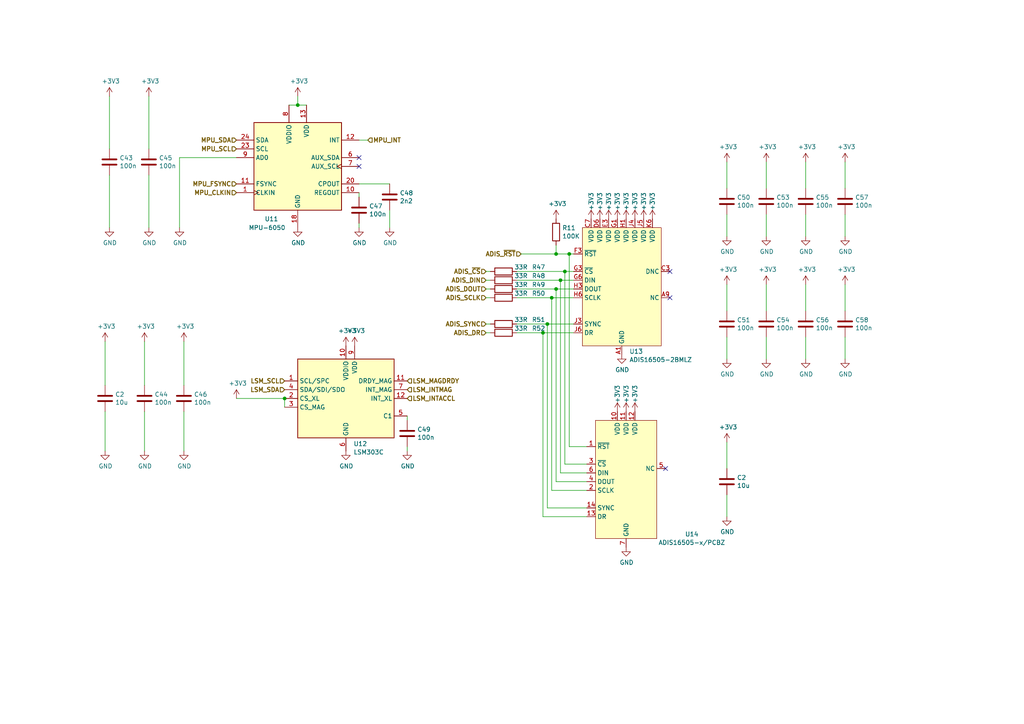
<source format=kicad_sch>
(kicad_sch (version 20230121) (generator eeschema)
  (paper "A4")
  (lib_symbols
    (symbol "Device:C" (pin_numbers hide) (pin_names (offset 0.254))
      (property "Reference" "C" (at 0.635 2.54 0))
      (property "Value" "C" (at 0.635 -2.54 0))
      (symbol "C_0_1"
        (polyline (pts (xy -2.032 -0.762) (xy 2.032 -0.762)) (stroke (width 0.508)))
        (polyline (pts (xy -2.032 0.762) (xy 2.032 0.762)) (stroke (width 0.508)))
      )
      (symbol "C_1_1"
        (pin passive line (at 0 3.81 270) (length 2.794) (name "~") (number "1"))
        (pin passive line (at 0 -3.81 90) (length 2.794) (name "~") (number "2"))
      )
    )
    (symbol "Device:R" (pin_numbers hide) (pin_names (offset 0))
      (property "Reference" "R" (at 2.032 0 90))
      (property "Value" "R" (at 0 0 90))
      (symbol "R_0_1"
        (rectangle (start -1.016 -2.54) (end 1.016 2.54) (stroke (width 0.254)))
      )
      (symbol "R_1_1"
        (pin passive line (at 0 3.81 270) (length 1.27) (name "~") (number "1"))
        (pin passive line (at 0 -3.81 90) (length 1.27) (name "~") (number "2"))
      )
    )
    (symbol "IMUnav:ADIS16505"
      (property "Reference" "U10" (at 2.1941 -16.8331 0))
      (property "Value" "ADIS16505-2BMLZ" (at 2.1941 -19.2573 0))
      (symbol "ADIS16505_1_1"
        (rectangle (start -11.43 19.05) (end 11.43 -15.24) (fill (type background)))
        (pin input line (at 0 -17.78 90) (length 2.54) (name "GND") (number "A1"))
        (pin input line (at 13.97 -1.27 180) (length 2.54) hide (name "NC") (number "A10"))
        (pin input line (at 0 -17.78 90) (length 2.54) hide (name "GND") (number "A2"))
        (pin input line (at 0 -17.78 90) (length 2.54) hide (name "GND") (number "A3"))
        (pin input line (at 0 -17.78 90) (length 2.54) hide (name "GND") (number "A4"))
        (pin input line (at 0 -17.78 90) (length 2.54) hide (name "GND") (number "A5"))
        (pin input line (at 0 -17.78 90) (length 2.54) hide (name "GND") (number "A6"))
        (pin input line (at 0 -17.78 90) (length 2.54) hide (name "GND") (number "A7"))
        (pin input line (at 0 -17.78 90) (length 2.54) hide (name "GND") (number "A8"))
        (pin input line (at 13.97 -1.27 180) (length 2.54) (name "NC") (number "A9"))
        (pin input line (at 13.97 -1.27 180) (length 2.54) hide (name "NC") (number "B1"))
        (pin input line (at 13.97 -1.27 180) (length 2.54) hide (name "NC") (number "B10"))
        (pin input line (at 13.97 -1.27 180) (length 2.54) hide (name "NC") (number "B2"))
        (pin input line (at 0 -17.78 90) (length 2.54) hide (name "GND") (number "B3"))
        (pin input line (at 0 -17.78 90) (length 2.54) hide (name "GND") (number "B4"))
        (pin input line (at 0 -17.78 90) (length 2.54) hide (name "GND") (number "B5"))
        (pin input line (at 0 -17.78 90) (length 2.54) hide (name "GND") (number "B6"))
        (pin input line (at 13.97 -1.27 180) (length 2.54) hide (name "NC") (number "B7"))
        (pin input line (at 13.97 -1.27 180) (length 2.54) hide (name "NC") (number "B8"))
        (pin input line (at 13.97 -1.27 180) (length 2.54) hide (name "NC") (number "B9"))
        (pin input line (at 13.97 -1.27 180) (length 2.54) hide (name "NC") (number "C1"))
        (pin input line (at 13.97 -1.27 180) (length 2.54) hide (name "NC") (number "C10"))
        (pin input line (at 0 -17.78 90) (length 2.54) hide (name "GND") (number "C2"))
        (pin input line (at 13.97 6.35 180) (length 2.54) (name "DNC") (number "C3"))
        (pin input line (at 13.97 -1.27 180) (length 2.54) hide (name "NC") (number "C4"))
        (pin input line (at 13.97 -1.27 180) (length 2.54) hide (name "NC") (number "C5"))
        (pin input line (at 0 -17.78 90) (length 2.54) hide (name "GND") (number "C6"))
        (pin input line (at -8.89 21.59 270) (length 2.54) (name "VDD") (number "C7"))
        (pin input line (at 13.97 -1.27 180) (length 2.54) hide (name "NC") (number "C8"))
        (pin input line (at 13.97 -1.27 180) (length 2.54) hide (name "NC") (number "C9"))
        (pin input line (at 13.97 -1.27 180) (length 2.54) hide (name "NC") (number "D1"))
        (pin input line (at 13.97 -1.27 180) (length 2.54) hide (name "NC") (number "D10"))
        (pin input line (at 13.97 -1.27 180) (length 2.54) hide (name "NC") (number "D2"))
        (pin input line (at 0 -17.78 90) (length 2.54) hide (name "GND") (number "D3"))
        (pin input line (at 13.97 -1.27 180) (length 2.54) hide (name "NC") (number "D4"))
        (pin input line (at 13.97 -1.27 180) (length 2.54) hide (name "NC") (number "D5"))
        (pin input line (at -6.35 21.59 270) (length 2.54) (name "VDD") (number "D6"))
        (pin input line (at 13.97 -1.27 180) (length 2.54) hide (name "NC") (number "D7"))
        (pin input line (at 13.97 -1.27 180) (length 2.54) hide (name "NC") (number "D8"))
        (pin input line (at 13.97 -1.27 180) (length 2.54) hide (name "NC") (number "D9"))
        (pin input line (at 13.97 -1.27 180) (length 2.54) hide (name "NC") (number "E1"))
        (pin input line (at 13.97 -1.27 180) (length 2.54) hide (name "NC") (number "E10"))
        (pin input line (at 0 -17.78 90) (length 2.54) hide (name "GND") (number "E2"))
        (pin input line (at -3.81 21.59 270) (length 2.54) (name "VDD") (number "E3"))
        (pin input line (at 13.97 -1.27 180) (length 2.54) hide (name "NC") (number "E4"))
        (pin input line (at 13.97 -1.27 180) (length 2.54) hide (name "NC") (number "E5"))
        (pin input line (at 0 -17.78 90) (length 2.54) hide (name "GND") (number "E6"))
        (pin input line (at 0 -17.78 90) (length 2.54) hide (name "GND") (number "E7"))
        (pin input line (at 13.97 -1.27 180) (length 2.54) hide (name "NC") (number "E8"))
        (pin input line (at 13.97 -1.27 180) (length 2.54) hide (name "NC") (number "E9"))
        (pin input line (at 0 -17.78 90) (length 2.54) hide (name "GND") (number "F1"))
        (pin input line (at 13.97 -1.27 180) (length 2.54) hide (name "NC") (number "F10"))
        (pin input line (at 13.97 -1.27 180) (length 2.54) hide (name "NC") (number "F2"))
        (pin input line (at -13.97 11.43 0) (length 2.54) (name "~{RST}") (number "F3"))
        (pin input line (at 13.97 -1.27 180) (length 2.54) hide (name "NC") (number "F4"))
        (pin input line (at 0 -17.78 90) (length 2.54) hide (name "GND") (number "F5"))
        (pin input line (at 0 -17.78 90) (length 2.54) hide (name "GND") (number "F6"))
        (pin input line (at 13.97 -1.27 180) (length 2.54) hide (name "NC") (number "F7"))
        (pin input line (at 0 -17.78 90) (length 2.54) hide (name "GND") (number "F8"))
        (pin input line (at 13.97 -1.27 180) (length 2.54) hide (name "NC") (number "F9"))
        (pin input line (at -1.27 21.59 270) (length 2.54) (name "VDD") (number "G1"))
        (pin input line (at 13.97 -1.27 180) (length 2.54) hide (name "NC") (number "G10"))
        (pin input line (at 0 -17.78 90) (length 2.54) hide (name "GND") (number "G2"))
        (pin input line (at -13.97 6.35 0) (length 2.54) (name "~{CS}") (number "G3"))
        (pin input line (at 13.97 -1.27 180) (length 2.54) hide (name "NC") (number "G4"))
        (pin input line (at 13.97 -1.27 180) (length 2.54) hide (name "NC") (number "G5"))
        (pin input line (at -13.97 3.81 0) (length 2.54) (name "DIN") (number "G6"))
        (pin input line (at 0 -17.78 90) (length 2.54) hide (name "GND") (number "G7"))
        (pin input line (at 13.97 -1.27 180) (length 2.54) hide (name "NC") (number "G8"))
        (pin input line (at 13.97 -1.27 180) (length 2.54) hide (name "NC") (number "G9"))
        (pin input line (at 1.27 21.59 270) (length 2.54) (name "VDD") (number "H1"))
        (pin input line (at 13.97 -1.27 180) (length 2.54) hide (name "NC") (number "H10"))
        (pin input line (at 13.97 -1.27 180) (length 2.54) hide (name "NC") (number "H2"))
        (pin input line (at -13.97 1.27 0) (length 2.54) (name "DOUT") (number "H3"))
        (pin input line (at 13.97 -1.27 180) (length 2.54) hide (name "NC") (number "H4"))
        (pin input line (at 13.97 -1.27 180) (length 2.54) hide (name "NC") (number "H5"))
        (pin input line (at -13.97 -1.27 0) (length 2.54) (name "SCLK") (number "H6"))
        (pin input line (at 13.97 -1.27 180) (length 2.54) hide (name "NC") (number "H7"))
        (pin input line (at 0 -17.78 90) (length 2.54) hide (name "GND") (number "H8"))
        (pin input line (at 13.97 -1.27 180) (length 2.54) hide (name "NC") (number "H9"))
        (pin input line (at 13.97 -1.27 180) (length 2.54) hide (name "NC") (number "J1"))
        (pin input line (at 13.97 -1.27 180) (length 2.54) hide (name "NC") (number "J10"))
        (pin input line (at 0 -17.78 90) (length 2.54) hide (name "GND") (number "J2"))
        (pin input line (at -13.97 -8.89 0) (length 2.54) (name "SYNC") (number "J3"))
        (pin input line (at 3.81 21.59 270) (length 2.54) (name "VDD") (number "J4"))
        (pin input line (at 6.35 21.59 270) (length 2.54) (name "VDD") (number "J5"))
        (pin input line (at -13.97 -11.43 0) (length 2.54) (name "DR") (number "J6"))
        (pin input line (at 0 -17.78 90) (length 2.54) hide (name "GND") (number "J7"))
        (pin input line (at 13.97 -1.27 180) (length 2.54) hide (name "NC") (number "J8"))
        (pin input line (at 13.97 -1.27 180) (length 2.54) hide (name "NC") (number "J9"))
        (pin input line (at 0 -17.78 90) (length 2.54) hide (name "GND") (number "K1"))
        (pin input line (at 13.97 -1.27 180) (length 2.54) hide (name "NC") (number "K10"))
        (pin input line (at 13.97 -1.27 180) (length 2.54) hide (name "NC") (number "K2"))
        (pin input line (at 0 -17.78 90) (length 2.54) hide (name "GND") (number "K3"))
        (pin input line (at 13.97 -1.27 180) (length 2.54) hide (name "NC") (number "K4"))
        (pin input line (at 13.97 -1.27 180) (length 2.54) hide (name "NC") (number "K5"))
        (pin input line (at 8.89 21.59 270) (length 2.54) (name "VDD") (number "K6"))
        (pin input line (at 13.97 -1.27 180) (length 2.54) hide (name "NC") (number "K7"))
        (pin input line (at 0 -17.78 90) (length 2.54) hide (name "GND") (number "K8"))
        (pin input line (at 13.97 -1.27 180) (length 2.54) hide (name "NC") (number "K9"))
      )
    )
    (symbol "IMUnav:ADIS16505-PCB"
      (property "Reference" "U" (at 5.08 -19.05 0))
      (property "Value" "ADIS16505-x/PCBZ" (at -6.35 10.16 0))
      (symbol "ADIS16505-PCB_1_1"
        (rectangle (start -8.89 16.51) (end 8.89 -17.78) (fill (type background)))
        (pin input line (at -11.43 8.89 0) (length 2.54) (name "~{RST}") (number "1"))
        (pin input line (at -2.54 19.05 270) (length 2.54) (name "VDD") (number "10"))
        (pin input line (at 0 19.05 270) (length 2.54) (name "VDD") (number "11"))
        (pin input line (at 2.54 19.05 270) (length 2.54) (name "VDD") (number "12"))
        (pin input line (at -11.43 -11.43 0) (length 2.54) (name "DR") (number "13"))
        (pin input line (at -11.43 -8.89 0) (length 2.54) (name "SYNC") (number "14"))
        (pin input line (at 11.43 2.54 180) (length 2.54) hide (name "NC") (number "15"))
        (pin input line (at 11.43 2.54 180) (length 2.54) hide (name "NC") (number "16"))
        (pin input line (at -11.43 -3.81 0) (length 2.54) (name "SCLK") (number "2"))
        (pin input line (at -11.43 3.81 0) (length 2.54) (name "~{CS}") (number "3"))
        (pin input line (at -11.43 -1.27 0) (length 2.54) (name "DOUT") (number "4"))
        (pin input line (at 11.43 2.54 180) (length 2.54) (name "NC") (number "5"))
        (pin input line (at -11.43 1.27 0) (length 2.54) (name "DIN") (number "6"))
        (pin input line (at 0 -20.32 90) (length 2.54) (name "GND") (number "7"))
        (pin input line (at 0 -20.32 90) (length 2.54) hide (name "GND") (number "8"))
        (pin input line (at 0 -20.32 90) (length 2.54) hide (name "GND") (number "9"))
      )
    )
    (symbol "Sensor_Motion:LSM303C"
      (property "Reference" "U" (at -11.43 15.24 0))
      (property "Value" "LSM303C" (at -5.08 13.97 0))
      (symbol "LSM303C_0_1"
        (rectangle (start 13.97 11.43) (end -13.97 -11.43) (stroke (width 0.254)) (fill (type background)))
      )
      (symbol "LSM303C_1_1"
        (pin input line (at -17.78 5.08 0) (length 3.81) (name "SCL/SPC") (number "1"))
        (pin power_in line (at 0 15.24 270) (length 3.81) (name "VDDIO") (number "10"))
        (pin output line (at 17.78 5.08 180) (length 3.81) (name "DRDY_MAG") (number "11"))
        (pin output line (at 17.78 0 180) (length 3.81) (name "INT_XL") (number "12"))
        (pin input line (at -17.78 0 0) (length 3.81) (name "CS_XL") (number "2"))
        (pin input line (at -17.78 -2.54 0) (length 3.81) (name "CS_MAG") (number "3"))
        (pin bidirectional line (at -17.78 2.54 0) (length 3.81) (name "SDA/SDI/SDO") (number "4"))
        (pin passive line (at 17.78 -5.08 180) (length 3.81) (name "C1") (number "5"))
        (pin power_in line (at 0 -15.24 90) (length 3.81) (name "GND") (number "6"))
        (pin output line (at 17.78 2.54 180) (length 3.81) (name "INT_MAG") (number "7"))
        (pin passive line (at 0 -15.24 90) (length 3.81) hide (name "GND") (number "8"))
        (pin power_in line (at 2.54 15.24 270) (length 3.81) (name "VDD") (number "9"))
      )
    )
    (symbol "TrackJet_H01-rescue:MPU-6050-Sensor_Motion"
      (property "Reference" "U" (at -11.43 13.97 0))
      (property "Value" "Sensor_Motion_MPU-6050" (at 7.62 -13.97 0))
      (symbol "MPU-6050-Sensor_Motion_0_1"
        (rectangle (start -12.7 12.7) (end 12.7 -12.7) (stroke (width 0.254)) (fill (type background)))
      )
      (symbol "MPU-6050-Sensor_Motion_1_1"
        (pin input clock (at -17.78 -7.62 0) (length 5.08) (name "CLKIN") (number "1"))
        (pin passive line (at 17.78 -7.62 180) (length 5.08) (name "REGOUT") (number "10"))
        (pin input line (at -17.78 -5.08 0) (length 5.08) (name "FSYNC") (number "11"))
        (pin output line (at 17.78 7.62 180) (length 5.08) (name "INT") (number "12"))
        (pin power_in line (at 2.54 17.78 270) (length 5.08) (name "VDD") (number "13"))
        (pin power_in line (at 0 -17.78 90) (length 5.08) (name "GND") (number "18"))
        (pin passive line (at 17.78 -5.08 180) (length 5.08) (name "CPOUT") (number "20"))
        (pin input line (at -17.78 5.08 0) (length 5.08) (name "SCL") (number "23"))
        (pin bidirectional line (at -17.78 7.62 0) (length 5.08) (name "SDA") (number "24"))
        (pin bidirectional line (at 17.78 2.54 180) (length 5.08) (name "AUX_SDA") (number "6"))
        (pin output clock (at 17.78 0 180) (length 5.08) (name "AUX_SCL") (number "7"))
        (pin power_in line (at -2.54 17.78 270) (length 5.08) (name "VDDIO") (number "8"))
        (pin input line (at -17.78 2.54 0) (length 5.08) (name "AD0") (number "9"))
      )
    )
    (symbol "power:+3V3" (power) (pin_names (offset 0))
      (property "Value" "+3V3" (at 0 3.556 0))
      (symbol "+3V3_0_1"
        (polyline (pts (xy -0.762 1.27) (xy 0 2.54)))
        (polyline (pts (xy 0 0) (xy 0 2.54)))
        (polyline (pts (xy 0 2.54) (xy 0.762 1.27)))
      )
      (symbol "+3V3_1_1"
        (pin power_in line (at 0 0 90) (length 0) hide (name "+3V3") (number "1"))
      )
    )
    (symbol "power:GND" (power) (pin_names (offset 0))
      (property "Value" "GND" (at 0 -3.81 0))
      (symbol "GND_0_1"
        (polyline (pts (xy 0 0) (xy 0 -1.27) (xy 1.27 -1.27) (xy 0 -2.54) (xy -1.27 -1.27) (xy 0 -1.27)))
      )
      (symbol "GND_1_1"
        (pin power_in line (at 0 0 270) (length 0) hide (name "GND") (number "1"))
      )
    )
  )
  (junction (at 157.48 96.52))
  (junction (at 160.02 86.36))
  (junction (at 161.29 83.82))
  (junction (at 162.56 81.28))
  (junction (at 165.1 73.66))
  (junction (at 163.83 78.74))
  (junction (at 82.55 115.57))
  (junction (at 86.36 30.48))
  (junction (at 158.75 93.98))
  (junction (at 161.29 73.66))
  (no_connect (at 104.14 48.26))
  (no_connect (at 104.14 45.72))
  (no_connect (at 194.31 86.36))
  (no_connect (at 193.04 135.89))
  (no_connect (at 194.31 78.74))
  (wire (pts (xy 162.56 81.28) (xy 166.37 81.28)))
  (wire (pts (xy 163.83 78.74) (xy 163.83 134.62)))
  (wire (pts (xy 53.34 119.38) (xy 53.34 130.81)))
  (wire (pts (xy 140.97 93.98) (xy 142.24 93.98)))
  (wire (pts (xy 118.11 121.92) (xy 118.11 120.65)))
  (wire (pts (xy 86.36 27.94) (xy 86.36 30.48)))
  (wire (pts (xy 222.25 82.55) (xy 222.25 90.17)))
  (wire (pts (xy 210.82 128.27) (xy 210.82 135.89)))
  (wire (pts (xy 165.1 73.66) (xy 161.29 73.66)))
  (wire (pts (xy 210.82 97.79) (xy 210.82 104.14)))
  (wire (pts (xy 245.11 82.55) (xy 245.11 90.17)))
  (wire (pts (xy 31.75 27.94) (xy 31.75 43.18)))
  (wire (pts (xy 88.9 30.48) (xy 86.36 30.48)))
  (wire (pts (xy 113.03 53.34) (xy 104.14 53.34)))
  (wire (pts (xy 210.82 46.99) (xy 210.82 54.61)))
  (wire (pts (xy 140.97 83.82) (xy 142.24 83.82)))
  (wire (pts (xy 161.29 83.82) (xy 166.37 83.82)))
  (wire (pts (xy 158.75 147.32) (xy 158.75 93.98)))
  (wire (pts (xy 157.48 96.52) (xy 166.37 96.52)))
  (wire (pts (xy 140.97 86.36) (xy 142.24 86.36)))
  (wire (pts (xy 149.86 78.74) (xy 163.83 78.74)))
  (wire (pts (xy 170.18 149.86) (xy 157.48 149.86)))
  (wire (pts (xy 43.18 27.94) (xy 43.18 43.18)))
  (wire (pts (xy 162.56 81.28) (xy 162.56 137.16)))
  (wire (pts (xy 245.11 62.23) (xy 245.11 68.58)))
  (wire (pts (xy 162.56 137.16) (xy 170.18 137.16)))
  (wire (pts (xy 52.07 45.72) (xy 52.07 66.04)))
  (wire (pts (xy 149.86 81.28) (xy 162.56 81.28)))
  (wire (pts (xy 149.86 96.52) (xy 157.48 96.52)))
  (wire (pts (xy 43.18 50.8) (xy 43.18 66.04)))
  (wire (pts (xy 149.86 86.36) (xy 160.02 86.36)))
  (wire (pts (xy 104.14 57.15) (xy 104.14 55.88)))
  (wire (pts (xy 161.29 139.7) (xy 161.29 83.82)))
  (wire (pts (xy 160.02 142.24) (xy 160.02 86.36)))
  (wire (pts (xy 160.02 86.36) (xy 166.37 86.36)))
  (wire (pts (xy 82.55 115.57) (xy 82.55 118.11)))
  (wire (pts (xy 222.25 46.99) (xy 222.25 54.61)))
  (wire (pts (xy 157.48 149.86) (xy 157.48 96.52)))
  (wire (pts (xy 210.82 62.23) (xy 210.82 68.58)))
  (wire (pts (xy 210.82 143.51) (xy 210.82 149.86)))
  (wire (pts (xy 170.18 142.24) (xy 160.02 142.24)))
  (wire (pts (xy 151.13 73.66) (xy 161.29 73.66)))
  (wire (pts (xy 118.11 129.54) (xy 118.11 130.81)))
  (wire (pts (xy 149.86 93.98) (xy 158.75 93.98)))
  (wire (pts (xy 113.03 66.04) (xy 113.03 60.96)))
  (wire (pts (xy 170.18 147.32) (xy 158.75 147.32)))
  (wire (pts (xy 222.25 97.79) (xy 222.25 104.14)))
  (wire (pts (xy 41.91 119.38) (xy 41.91 130.81)))
  (wire (pts (xy 222.25 62.23) (xy 222.25 68.58)))
  (wire (pts (xy 140.97 96.52) (xy 142.24 96.52)))
  (wire (pts (xy 170.18 139.7) (xy 161.29 139.7)))
  (wire (pts (xy 165.1 129.54) (xy 165.1 73.66)))
  (wire (pts (xy 86.36 30.48) (xy 83.82 30.48)))
  (wire (pts (xy 233.68 46.99) (xy 233.68 54.61)))
  (wire (pts (xy 158.75 93.98) (xy 166.37 93.98)))
  (wire (pts (xy 104.14 40.64) (xy 106.68 40.64)))
  (wire (pts (xy 140.97 81.28) (xy 142.24 81.28)))
  (wire (pts (xy 233.68 97.79) (xy 233.68 104.14)))
  (wire (pts (xy 163.83 78.74) (xy 166.37 78.74)))
  (wire (pts (xy 233.68 62.23) (xy 233.68 68.58)))
  (wire (pts (xy 30.48 119.38) (xy 30.48 130.81)))
  (wire (pts (xy 170.18 129.54) (xy 165.1 129.54)))
  (wire (pts (xy 52.07 45.72) (xy 68.58 45.72)))
  (wire (pts (xy 31.75 50.8) (xy 31.75 66.04)))
  (wire (pts (xy 140.97 78.74) (xy 142.24 78.74)))
  (wire (pts (xy 163.83 134.62) (xy 170.18 134.62)))
  (wire (pts (xy 149.86 83.82) (xy 161.29 83.82)))
  (wire (pts (xy 41.91 99.06) (xy 41.91 111.76)))
  (wire (pts (xy 245.11 97.79) (xy 245.11 104.14)))
  (wire (pts (xy 245.11 46.99) (xy 245.11 54.61)))
  (wire (pts (xy 68.58 115.57) (xy 82.55 115.57)))
  (wire (pts (xy 30.48 99.06) (xy 30.48 111.76)))
  (wire (pts (xy 104.14 66.04) (xy 104.14 64.77)))
  (wire (pts (xy 53.34 99.06) (xy 53.34 111.76)))
  (wire (pts (xy 166.37 73.66) (xy 165.1 73.66)))
  (wire (pts (xy 210.82 82.55) (xy 210.82 90.17)))
  (wire (pts (xy 161.29 73.66) (xy 161.29 71.12)))
  (wire (pts (xy 233.68 82.55) (xy 233.68 90.17)))
  (hierarchical_label "ADIS_~{CS}" (shape input) (at 140.97 78.74 180) (effects (font (thickness 0.254) bold)))
  (hierarchical_label "MPU_CLKIN" (shape input) (at 68.58 55.88 180) (effects (font (thickness 0.254) bold)))
  (hierarchical_label "MPU_SCL" (shape input) (at 68.58 43.18 180) (effects (font (thickness 0.254) bold)))
  (hierarchical_label "MPU_FSYNC" (shape input) (at 68.58 53.34 180) (effects (font (thickness 0.254) bold)))
  (hierarchical_label "ADIS_DIN" (shape input) (at 140.97 81.28 180) (effects (font (thickness 0.254) bold)))
  (hierarchical_label "ADIS_SCLK" (shape input) (at 140.97 86.36 180) (effects (font (thickness 0.254) bold)))
  (hierarchical_label "ADIS_~{RST}" (shape input) (at 151.13 73.66 180) (effects (font (thickness 0.254) bold)))
  (hierarchical_label "LSM_SDA" (shape input) (at 82.55 113.03 180) (effects (font (thickness 0.254) bold)))
  (hierarchical_label "MPU_SDA" (shape input) (at 68.58 40.64 180) (effects (font (thickness 0.254) bold)))
  (hierarchical_label "LSM_INTACCL" (shape input) (at 118.11 115.57 0) (effects (font (thickness 0.254) bold)))
  (hierarchical_label "LSM_SCL" (shape input) (at 82.55 110.49 180) (effects (font (thickness 0.254) bold)))
  (hierarchical_label "LSM_INTMAG" (shape input) (at 118.11 113.03 0) (effects (font (thickness 0.254) bold)))
  (hierarchical_label "MPU_INT" (shape input) (at 106.68 40.64 0) (effects (font (thickness 0.254) bold)))
  (hierarchical_label "ADIS_DOUT" (shape input) (at 140.97 83.82 180) (effects (font (thickness 0.254) bold)))
  (hierarchical_label "LSM_MAGDRDY" (shape input) (at 118.11 110.49 0) (effects (font (thickness 0.254) bold)))
  (hierarchical_label "ADIS_SYNC" (shape input) (at 140.97 93.98 180) (effects (font (thickness 0.254) bold)))
  (hierarchical_label "ADIS_DR" (shape input) (at 140.97 96.52 180) (effects (font (thickness 0.254) bold)))
  (symbol (lib_id "Device:R") (at 161.29 67.31 0) (unit 1)
    (property "Reference" "R11" (at 163.068 66.0979 0) (effects (justify left)))
    (property "Value" "100K" (at 163.068 68.5221 0) (effects (justify left)))
    (property "Footprint" "Resistor_SMD:R_0603_1608Metric" (effects hide))
    (property "LCSC" "C25803" (effects hide))
    (instances (project "IMUnav_H00" (path "" (reference "R11") (unit 1)) (path "" (reference "R53") (unit 1))))
  )
  (symbol (lib_id "power:GND") (at 86.36 66.04 0) (unit 1)
    (property "Reference" "#PWR0148" (effects hide))
    (property "Value" "GND" (at 86.487 70.4342 0))
    (instances (project "IMUnav_H00" (path "" (reference "#PWR0148") (unit 1))) (project "TrackJet_H01" (path "" (reference "#PWR039") (unit 1))))
  )
  (symbol (lib_id "Device:R") (at 146.05 96.52 90) (unit 1)
    (property "Reference" "R52" (at 156.21 95.25 90))
    (property "Value" "33R" (at 151.13 95.25 90))
    (property "Footprint" "Resistor_SMD:R_0603_1608Metric" (effects hide))
    (property "LCSC" "C23140" (effects hide))
  )
  (symbol (lib_id "power:+3V3") (at 68.58 115.57 0) (unit 1)
    (property "Reference" "#PWR0146" (effects hide))
    (property "Value" "+3V3" (at 68.961 111.1758 0))
    (instances (project "IMUnav_H00" (path "" (reference "#PWR0146") (unit 1))) (project "TrackJet_H01" (path "" (reference "#PWR033") (unit 1))))
  )
  (symbol (lib_id "power:GND") (at 30.48 130.81 0) (unit 1)
    (property "Reference" "#PWR06" (effects hide))
    (property "Value" "GND" (at 30.607 135.2042 0))
    (instances (project "IMUnav_H00" (path "" (reference "#PWR06") (unit 1)) (path "" (reference "#PWR0136") (unit 1))) (project "PaLampa_MoBo_H01" (path "" (reference "#PWR?") (unit 1))))
  )
  (symbol (lib_id "power:+3V3") (at 186.69 63.5 0) (unit 1)
    (property "Reference" "#PWR0167" (effects hide))
    (property "Value" "+3V3" (at 186.69 58.42 90))
    (instances (project "IMUnav_H00" (path "" (reference "#PWR0167") (unit 1))) (project "TrackJet_H01" (path "" (reference "#PWR0173") (unit 1))))
  )
  (symbol (lib_id "power:+3V3") (at 184.15 119.38 0) (unit 1)
    (property "Reference" "#PWR0166" (effects hide))
    (property "Value" "+3V3" (at 184.15 114.3 90))
    (instances (project "IMUnav_H00" (path "" (reference "#PWR0166") (unit 1))) (project "TrackJet_H01" (path "" (reference "#PWR0173") (unit 1))))
  )
  (symbol (lib_id "power:+3V3") (at 210.82 46.99 0) (unit 1)
    (property "Reference" "#PWR0169" (effects hide))
    (property "Value" "+3V3" (at 211.201 42.5958 0))
    (instances (project "IMUnav_H00" (path "" (reference "#PWR0169") (unit 1))) (project "TrackJet_H01" (path "" (reference "#PWR0173") (unit 1))))
  )
  (symbol (lib_id "Device:C") (at 53.34 115.57 0) (unit 1)
    (property "Reference" "C46" (at 56.261 114.4016 0) (effects (justify left)))
    (property "Value" "100n" (at 56.261 116.713 0) (effects (justify left)))
    (property "Footprint" "Capacitor_SMD:C_0603_1608Metric" (effects hide))
    (property "LCSC" "C14663" (effects hide))
    (instances (project "IMUnav_H00" (path "" (reference "C46") (unit 1))) (project "TrackJet_H01" (path "" (reference "C7") (unit 1)) (path "" (reference "C?") (unit 1))))
  )
  (symbol (lib_id "power:+3V3") (at 222.25 46.99 0) (unit 1)
    (property "Reference" "#PWR0175" (effects hide))
    (property "Value" "+3V3" (at 222.631 42.5958 0))
    (instances (project "IMUnav_H00" (path "" (reference "#PWR0175") (unit 1))) (project "TrackJet_H01" (path "" (reference "#PWR033") (unit 1))))
  )
  (symbol (lib_id "power:GND") (at 41.91 130.81 0) (unit 1)
    (property "Reference" "#PWR0140" (effects hide))
    (property "Value" "GND" (at 42.037 135.2042 0))
    (instances (project "IMUnav_H00" (path "" (reference "#PWR0140") (unit 1))) (project "TrackJet_H01" (path "" (reference "#PWR0158") (unit 1))))
  )
  (symbol (lib_id "power:GND") (at 118.11 130.81 0) (unit 1)
    (property "Reference" "#PWR0154" (effects hide))
    (property "Value" "GND" (at 118.237 135.2042 0))
    (instances (project "IMUnav_H00" (path "" (reference "#PWR0154") (unit 1))) (project "TrackJet_H01" (path "" (reference "#PWR036") (unit 1))))
  )
  (symbol (lib_id "Device:C") (at 233.68 58.42 0) (unit 1)
    (property "Reference" "C55" (at 236.601 57.2516 0) (effects (justify left)))
    (property "Value" "100n" (at 236.601 59.563 0) (effects (justify left)))
    (property "Footprint" "Capacitor_SMD:C_0603_1608Metric" (effects hide))
    (property "LCSC" "C14663" (effects hide))
    (instances (project "IMUnav_H00" (path "" (reference "C55") (unit 1))) (project "TrackJet_H01" (path "" (reference "C46") (unit 1)) (path "" (reference "C?") (unit 1))))
  )
  (symbol (lib_id "Device:R") (at 146.05 81.28 90) (unit 1)
    (property "Reference" "R48" (at 156.21 80.01 90))
    (property "Value" "33R" (at 151.13 80.01 90))
    (property "Footprint" "Resistor_SMD:R_0603_1608Metric" (effects hide))
    (property "LCSC" "C23140" (effects hide))
  )
  (symbol (lib_id "power:+3V3") (at 176.53 63.5 0) (unit 1)
    (property "Reference" "#PWR0158" (effects hide))
    (property "Value" "+3V3" (at 176.53 58.42 90))
    (instances (project "IMUnav_H00" (path "" (reference "#PWR0158") (unit 1))) (project "TrackJet_H01" (path "" (reference "#PWR0173") (unit 1))))
  )
  (symbol (lib_id "IMUnav:ADIS16505-PCB") (at 181.61 138.43 0) (unit 1)
    (property "Reference" "U14" (at 200.66 154.94 0))
    (property "Value" "ADIS16505-x/PCBZ" (at 200.66 157.3642 0))
    (property "Footprint" "IMUnav:ADIS16505-PCBZ" (effects hide))
    (property "Datasheet" "https://www.analog.com/media/en/technical-documentation/data-sheets/adis16505.pdf" (effects hide))
  )
  (symbol (lib_id "power:+3V3") (at 210.82 128.27 0) (unit 1)
    (property "Reference" "#PWR05" (effects hide))
    (property "Value" "+3V3" (at 211.201 123.8758 0))
    (instances (project "IMUnav_H00" (path "" (reference "#PWR05") (unit 1)) (path "" (reference "#PWR0173") (unit 1))) (project "PaLampa_MoBo_H01" (path "" (reference "#PWR?") (unit 1))))
  )
  (symbol (lib_id "power:+3V3") (at 171.45 63.5 0) (unit 1)
    (property "Reference" "#PWR0156" (effects hide))
    (property "Value" "+3V3" (at 171.45 58.42 90))
    (instances (project "IMUnav_H00" (path "" (reference "#PWR0156") (unit 1))) (project "TrackJet_H01" (path "" (reference "#PWR0173") (unit 1))))
  )
  (symbol (lib_id "power:+3V3") (at 41.91 99.06 0) (unit 1)
    (property "Reference" "#PWR0139" (effects hide))
    (property "Value" "+3V3" (at 42.291 94.6658 0))
    (instances (project "IMUnav_H00" (path "" (reference "#PWR0139") (unit 1))) (project "TrackJet_H01" (path "" (reference "#PWR0173") (unit 1))))
  )
  (symbol (lib_id "IMUnav:ADIS16505") (at 180.34 85.09 0) (unit 1)
    (property "Reference" "U13" (at 182.5341 101.9231 0) (effects (justify left)))
    (property "Value" "ADIS16505-2BMLZ" (at 182.5341 104.3473 0) (effects (justify left)))
    (property "Footprint" "IMUnav:BGA-100_10x10_15.0x15.0mm" (effects hide))
    (property "Datasheet" "https://www.analog.com/media/en/technical-documentation/data-sheets/adis16505.pdf" (effects hide))
  )
  (symbol (lib_id "power:+3V3") (at 233.68 82.55 0) (unit 1)
    (property "Reference" "#PWR0181" (effects hide))
    (property "Value" "+3V3" (at 234.061 78.1558 0))
    (instances (project "IMUnav_H00" (path "" (reference "#PWR0181") (unit 1))) (project "TrackJet_H01" (path "" (reference "#PWR0173") (unit 1))))
  )
  (symbol (lib_id "power:+3V3") (at 43.18 27.94 0) (unit 1)
    (property "Reference" "#PWR0141" (effects hide))
    (property "Value" "+3V3" (at 43.561 23.5458 0))
    (instances (project "IMUnav_H00" (path "" (reference "#PWR0141") (unit 1))) (project "TrackJet_H01" (path "" (reference "#PWR033") (unit 1))))
  )
  (symbol (lib_id "power:GND") (at 210.82 104.14 0) (unit 1)
    (property "Reference" "#PWR0172" (effects hide))
    (property "Value" "GND" (at 210.947 108.5342 0))
    (instances (project "IMUnav_H00" (path "" (reference "#PWR0172") (unit 1))) (project "TrackJet_H01" (path "" (reference "#PWR0158") (unit 1))))
  )
  (symbol (lib_id "Device:R") (at 146.05 78.74 90) (unit 1)
    (property "Reference" "R47" (at 156.21 77.47 90))
    (property "Value" "33R" (at 151.13 77.47 90))
    (property "Footprint" "Resistor_SMD:R_0603_1608Metric" (effects hide))
    (property "LCSC" "C23140" (effects hide))
  )
  (symbol (lib_id "power:GND") (at 181.61 158.75 0) (unit 1)
    (property "Reference" "#PWR0164" (effects hide))
    (property "Value" "GND" (at 181.737 163.1442 0))
    (instances (project "IMUnav_H00" (path "" (reference "#PWR0164") (unit 1))) (project "TrackJet_H01" (path "" (reference "#PWR0158") (unit 1))))
  )
  (symbol (lib_id "power:GND") (at 210.82 68.58 0) (unit 1)
    (property "Reference" "#PWR0170" (effects hide))
    (property "Value" "GND" (at 210.947 72.9742 0))
    (instances (project "IMUnav_H00" (path "" (reference "#PWR0170") (unit 1))) (project "TrackJet_H01" (path "" (reference "#PWR0158") (unit 1))))
  )
  (symbol (lib_id "power:+3V3") (at 233.68 46.99 0) (unit 1)
    (property "Reference" "#PWR0179" (effects hide))
    (property "Value" "+3V3" (at 234.061 42.5958 0))
    (instances (project "IMUnav_H00" (path "" (reference "#PWR0179") (unit 1))) (project "TrackJet_H01" (path "" (reference "#PWR0173") (unit 1))))
  )
  (symbol (lib_id "power:GND") (at 222.25 104.14 0) (unit 1)
    (property "Reference" "#PWR0178" (effects hide))
    (property "Value" "GND" (at 222.377 108.5342 0))
    (instances (project "IMUnav_H00" (path "" (reference "#PWR0178") (unit 1))) (project "TrackJet_H01" (path "" (reference "#PWR036") (unit 1))))
  )
  (symbol (lib_id "power:+3V3") (at 86.36 27.94 0) (unit 1)
    (property "Reference" "#PWR0147" (effects hide))
    (property "Value" "+3V3" (at 86.741 23.5458 0))
    (instances (project "IMUnav_H00" (path "" (reference "#PWR0147") (unit 1))) (project "TrackJet_H01" (path "" (reference "#PWR035") (unit 1))))
  )
  (symbol (lib_id "power:GND") (at 53.34 130.81 0) (unit 1)
    (property "Reference" "#PWR0145" (effects hide))
    (property "Value" "GND" (at 53.467 135.2042 0))
    (instances (project "IMUnav_H00" (path "" (reference "#PWR0145") (unit 1))) (project "TrackJet_H01" (path "" (reference "#PWR036") (unit 1))))
  )
  (symbol (lib_id "Device:C") (at 30.48 115.57 0) (unit 1)
    (property "Reference" "C2" (at 33.401 114.4016 0) (effects (justify left)))
    (property "Value" "10u" (at 33.401 116.713 0) (effects (justify left)))
    (property "Footprint" "Capacitor_SMD:C_0805_2012Metric" (effects hide))
    (property "LCSC" "C15850" (effects hide))
    (instances (project "IMUnav_H00" (path "" (reference "C2") (unit 1)) (path "" (reference "C42") (unit 1))) (project "PaLampa_MoBo_H01" (path "" (reference "C?") (unit 1))))
  )
  (symbol (lib_id "power:+3V3") (at 210.82 82.55 0) (unit 1)
    (property "Reference" "#PWR0171" (effects hide))
    (property "Value" "+3V3" (at 211.201 78.1558 0))
    (instances (project "IMUnav_H00" (path "" (reference "#PWR0171") (unit 1))) (project "TrackJet_H01" (path "" (reference "#PWR0173") (unit 1))))
  )
  (symbol (lib_id "power:+3V3") (at 181.61 63.5 0) (unit 1)
    (property "Reference" "#PWR0162" (effects hide))
    (property "Value" "+3V3" (at 181.61 58.42 90))
    (instances (project "IMUnav_H00" (path "" (reference "#PWR0162") (unit 1))) (project "TrackJet_H01" (path "" (reference "#PWR0173") (unit 1))))
  )
  (symbol (lib_id "power:GND") (at 233.68 104.14 0) (unit 1)
    (property "Reference" "#PWR0182" (effects hide))
    (property "Value" "GND" (at 233.807 108.5342 0))
    (instances (project "IMUnav_H00" (path "" (reference "#PWR0182") (unit 1))) (project "TrackJet_H01" (path "" (reference "#PWR0158") (unit 1))))
  )
  (symbol (lib_id "power:GND") (at 104.14 66.04 0) (unit 1)
    (property "Reference" "#PWR0152" (effects hide))
    (property "Value" "GND" (at 104.267 70.4342 0))
    (instances (project "IMUnav_H00" (path "" (reference "#PWR0152") (unit 1))) (project "TrackJet_H01" (path "" (reference "#PWR040") (unit 1))))
  )
  (symbol (lib_id "power:GND") (at 210.82 149.86 0) (unit 1)
    (property "Reference" "#PWR06" (effects hide))
    (property "Value" "GND" (at 210.947 154.2542 0))
    (instances (project "IMUnav_H00" (path "" (reference "#PWR06") (unit 1)) (path "" (reference "#PWR0174") (unit 1))) (project "PaLampa_MoBo_H01" (path "" (reference "#PWR?") (unit 1))))
  )
  (symbol (lib_id "Device:C") (at 43.18 46.99 0) (unit 1)
    (property "Reference" "C45" (at 46.101 45.8216 0) (effects (justify left)))
    (property "Value" "100n" (at 46.101 48.133 0) (effects (justify left)))
    (property "Footprint" "Capacitor_SMD:C_0603_1608Metric" (effects hide))
    (property "LCSC" "C14663" (effects hide))
    (instances (project "IMUnav_H00" (path "" (reference "C45") (unit 1))) (project "TrackJet_H01" (path "" (reference "C7") (unit 1)) (path "" (reference "C?") (unit 1))))
  )
  (symbol (lib_id "power:GND") (at 43.18 66.04 0) (unit 1)
    (property "Reference" "#PWR0142" (effects hide))
    (property "Value" "GND" (at 43.307 70.4342 0))
    (instances (project "IMUnav_H00" (path "" (reference "#PWR0142") (unit 1))) (project "TrackJet_H01" (path "" (reference "#PWR036") (unit 1))))
  )
  (symbol (lib_id "power:+3V3") (at 102.87 100.33 0) (unit 1)
    (property "Reference" "#PWR0151" (effects hide))
    (property "Value" "+3V3" (at 103.251 95.9358 0))
    (instances (project "IMUnav_H00" (path "" (reference "#PWR0151") (unit 1))) (project "TrackJet_H01" (path "" (reference "#PWR033") (unit 1))))
  )
  (symbol (lib_id "power:+3V3") (at 245.11 46.99 0) (unit 1)
    (property "Reference" "#PWR0183" (effects hide))
    (property "Value" "+3V3" (at 245.491 42.5958 0))
    (instances (project "IMUnav_H00" (path "" (reference "#PWR0183") (unit 1))) (project "TrackJet_H01" (path "" (reference "#PWR033") (unit 1))))
  )
  (symbol (lib_id "Device:C") (at 210.82 93.98 0) (unit 1)
    (property "Reference" "C51" (at 213.741 92.8116 0) (effects (justify left)))
    (property "Value" "100n" (at 213.741 95.123 0) (effects (justify left)))
    (property "Footprint" "Capacitor_SMD:C_0603_1608Metric" (effects hide))
    (property "LCSC" "C14663" (effects hide))
    (instances (project "IMUnav_H00" (path "" (reference "C51") (unit 1))) (project "TrackJet_H01" (path "" (reference "C46") (unit 1)) (path "" (reference "C?") (unit 1))))
  )
  (symbol (lib_id "power:GND") (at 222.25 68.58 0) (unit 1)
    (property "Reference" "#PWR0176" (effects hide))
    (property "Value" "GND" (at 222.377 72.9742 0))
    (instances (project "IMUnav_H00" (path "" (reference "#PWR0176") (unit 1))) (project "TrackJet_H01" (path "" (reference "#PWR036") (unit 1))))
  )
  (symbol (lib_id "Sensor_Motion:LSM303C") (at 100.33 115.57 0) (unit 1)
    (property "Reference" "U12" (at 102.5241 128.7201 0) (effects (justify left)))
    (property "Value" "LSM303C" (at 102.5241 131.1443 0) (effects (justify left)))
    (property "Footprint" "Package_LGA:LGA-12_2x2mm_P0.5mm" (effects hide))
    (property "Datasheet" "www.st.com/resource/en/datasheet/lsm303c.pdf" (effects hide))
  )
  (symbol (lib_id "power:+3V3") (at 245.11 82.55 0) (unit 1)
    (property "Reference" "#PWR0185" (effects hide))
    (property "Value" "+3V3" (at 245.491 78.1558 0))
    (instances (project "IMUnav_H00" (path "" (reference "#PWR0185") (unit 1))) (project "TrackJet_H01" (path "" (reference "#PWR033") (unit 1))))
  )
  (symbol (lib_id "power:+3V3") (at 173.99 63.5 0) (unit 1)
    (property "Reference" "#PWR0157" (effects hide))
    (property "Value" "+3V3" (at 173.99 58.42 90))
    (instances (project "IMUnav_H00" (path "" (reference "#PWR0157") (unit 1))) (project "TrackJet_H01" (path "" (reference "#PWR0173") (unit 1))))
  )
  (symbol (lib_id "power:GND") (at 245.11 104.14 0) (unit 1)
    (property "Reference" "#PWR0186" (effects hide))
    (property "Value" "GND" (at 245.237 108.5342 0))
    (instances (project "IMUnav_H00" (path "" (reference "#PWR0186") (unit 1))) (project "TrackJet_H01" (path "" (reference "#PWR036") (unit 1))))
  )
  (symbol (lib_id "power:+3V3") (at 30.48 99.06 0) (unit 1)
    (property "Reference" "#PWR05" (effects hide))
    (property "Value" "+3V3" (at 30.861 94.6658 0))
    (instances (project "IMUnav_H00" (path "" (reference "#PWR05") (unit 1)) (path "" (reference "#PWR0135") (unit 1))) (project "PaLampa_MoBo_H01" (path "" (reference "#PWR?") (unit 1))))
  )
  (symbol (lib_id "power:GND") (at 113.03 66.04 0) (unit 1)
    (property "Reference" "#PWR0153" (effects hide))
    (property "Value" "GND" (at 113.157 70.4342 0))
    (instances (project "IMUnav_H00" (path "" (reference "#PWR0153") (unit 1))) (project "TrackJet_H01" (path "" (reference "#PWR041") (unit 1))))
  )
  (symbol (lib_id "Device:R") (at 146.05 86.36 90) (unit 1)
    (property "Reference" "R50" (at 156.21 85.09 90))
    (property "Value" "33R" (at 151.13 85.09 90))
    (property "Footprint" "Resistor_SMD:R_0603_1608Metric" (effects hide))
    (property "LCSC" "C23140" (effects hide))
  )
  (symbol (lib_id "power:GND") (at 233.68 68.58 0) (unit 1)
    (property "Reference" "#PWR0180" (effects hide))
    (property "Value" "GND" (at 233.807 72.9742 0))
    (instances (project "IMUnav_H00" (path "" (reference "#PWR0180") (unit 1))) (project "TrackJet_H01" (path "" (reference "#PWR0158") (unit 1))))
  )
  (symbol (lib_id "TrackJet_H01-rescue:MPU-6050-Sensor_Motion") (at 86.36 48.26 0) (unit 1)
    (property "Reference" "U11" (at 78.74 63.5 0))
    (property "Value" "MPU-6050" (at 77.47 66.04 0))
    (property "Footprint" "Sensor_Motion:InvenSense_QFN-24_4x4mm_P0.5mm" (effects hide))
    (property "Datasheet" "https://store.invensense.com/datasheets/invensense/MPU-6050_DataSheet_V3%204.pdf" (effects hide))
    (property "LCSC" "C24112" (effects hide))
    (instances (project "IMUnav_H00" (path "" (reference "U11") (unit 1))) (project "TrackJet_H01" (path "" (reference "U2") (unit 1))))
  )
  (symbol (lib_id "power:+3V3") (at 222.25 82.55 0) (unit 1)
    (property "Reference" "#PWR0177" (effects hide))
    (property "Value" "+3V3" (at 222.631 78.1558 0))
    (instances (project "IMUnav_H00" (path "" (reference "#PWR0177") (unit 1))) (project "TrackJet_H01" (path "" (reference "#PWR033") (unit 1))))
  )
  (symbol (lib_id "power:+3V3") (at 53.34 99.06 0) (unit 1)
    (property "Reference" "#PWR0144" (effects hide))
    (property "Value" "+3V3" (at 53.721 94.6658 0))
    (instances (project "IMUnav_H00" (path "" (reference "#PWR0144") (unit 1))) (project "TrackJet_H01" (path "" (reference "#PWR033") (unit 1))))
  )
  (symbol (lib_id "power:+3V3") (at 31.75 27.94 0) (unit 1)
    (property "Reference" "#PWR0137" (effects hide))
    (property "Value" "+3V3" (at 32.131 23.5458 0))
    (instances (project "IMUnav_H00" (path "" (reference "#PWR0137") (unit 1))) (project "TrackJet_H01" (path "" (reference "#PWR0173") (unit 1))))
  )
  (symbol (lib_id "power:+3V3") (at 184.15 63.5 0) (unit 1)
    (property "Reference" "#PWR0165" (effects hide))
    (property "Value" "+3V3" (at 184.15 58.42 90))
    (instances (project "IMUnav_H00" (path "" (reference "#PWR0165") (unit 1))) (project "TrackJet_H01" (path "" (reference "#PWR0173") (unit 1))))
  )
  (symbol (lib_id "Device:C") (at 222.25 93.98 0) (unit 1)
    (property "Reference" "C54" (at 225.171 92.8116 0) (effects (justify left)))
    (property "Value" "100n" (at 225.171 95.123 0) (effects (justify left)))
    (property "Footprint" "Capacitor_SMD:C_0603_1608Metric" (effects hide))
    (property "LCSC" "C14663" (effects hide))
    (instances (project "IMUnav_H00" (path "" (reference "C54") (unit 1))) (project "TrackJet_H01" (path "" (reference "C7") (unit 1)) (path "" (reference "C?") (unit 1))))
  )
  (symbol (lib_id "Device:C") (at 210.82 139.7 0) (unit 1)
    (property "Reference" "C2" (at 213.741 138.5316 0) (effects (justify left)))
    (property "Value" "10u" (at 213.741 140.843 0) (effects (justify left)))
    (property "Footprint" "Capacitor_SMD:C_0805_2012Metric" (effects hide))
    (property "LCSC" "C15850" (effects hide))
    (instances (project "IMUnav_H00" (path "" (reference "C2") (unit 1)) (path "" (reference "C52") (unit 1))) (project "PaLampa_MoBo_H01" (path "" (reference "C?") (unit 1))))
  )
  (symbol (lib_id "power:+3V3") (at 179.07 119.38 0) (unit 1)
    (property "Reference" "#PWR0160" (effects hide))
    (property "Value" "+3V3" (at 179.07 114.3 90))
    (instances (project "IMUnav_H00" (path "" (reference "#PWR0160") (unit 1))) (project "TrackJet_H01" (path "" (reference "#PWR0173") (unit 1))))
  )
  (symbol (lib_id "Device:C") (at 118.11 125.73 0) (unit 1)
    (property "Reference" "C49" (at 121.031 124.5616 0) (effects (justify left)))
    (property "Value" "100n" (at 121.031 126.873 0) (effects (justify left)))
    (property "Footprint" "Capacitor_SMD:C_0603_1608Metric" (effects hide))
    (property "LCSC" "C14663" (effects hide))
    (instances (project "IMUnav_H00" (path "" (reference "C49") (unit 1))) (project "TrackJet_H01" (path "" (reference "C7") (unit 1)) (path "" (reference "C?") (unit 1))))
  )
  (symbol (lib_id "Device:C") (at 222.25 58.42 0) (unit 1)
    (property "Reference" "C53" (at 225.171 57.2516 0) (effects (justify left)))
    (property "Value" "100n" (at 225.171 59.563 0) (effects (justify left)))
    (property "Footprint" "Capacitor_SMD:C_0603_1608Metric" (effects hide))
    (property "LCSC" "C14663" (effects hide))
    (instances (project "IMUnav_H00" (path "" (reference "C53") (unit 1))) (project "TrackJet_H01" (path "" (reference "C7") (unit 1)) (path "" (reference "C?") (unit 1))))
  )
  (symbol (lib_id "Device:R") (at 146.05 83.82 90) (unit 1)
    (property "Reference" "R49" (at 156.21 82.55 90))
    (property "Value" "33R" (at 151.13 82.55 90))
    (property "Footprint" "Resistor_SMD:R_0603_1608Metric" (effects hide))
    (property "LCSC" "C23140" (effects hide))
  )
  (symbol (lib_id "power:GND") (at 31.75 66.04 0) (unit 1)
    (property "Reference" "#PWR0138" (effects hide))
    (property "Value" "GND" (at 31.877 70.4342 0))
    (instances (project "IMUnav_H00" (path "" (reference "#PWR0138") (unit 1))) (project "TrackJet_H01" (path "" (reference "#PWR0158") (unit 1))))
  )
  (symbol (lib_id "Device:C") (at 210.82 58.42 0) (unit 1)
    (property "Reference" "C50" (at 213.741 57.2516 0) (effects (justify left)))
    (property "Value" "100n" (at 213.741 59.563 0) (effects (justify left)))
    (property "Footprint" "Capacitor_SMD:C_0603_1608Metric" (effects hide))
    (property "LCSC" "C14663" (effects hide))
    (instances (project "IMUnav_H00" (path "" (reference "C50") (unit 1))) (project "TrackJet_H01" (path "" (reference "C46") (unit 1)) (path "" (reference "C?") (unit 1))))
  )
  (symbol (lib_id "power:+3V3") (at 100.33 100.33 0) (unit 1)
    (property "Reference" "#PWR0149" (effects hide))
    (property "Value" "+3V3" (at 100.711 95.9358 0))
    (instances (project "IMUnav_H00" (path "" (reference "#PWR0149") (unit 1))) (project "TrackJet_H01" (path "" (reference "#PWR033") (unit 1))))
  )
  (symbol (lib_id "power:GND") (at 100.33 130.81 0) (unit 1)
    (property "Reference" "#PWR0150" (effects hide))
    (property "Value" "GND" (at 100.457 135.2042 0))
    (instances (project "IMUnav_H00" (path "" (reference "#PWR0150") (unit 1))) (project "TrackJet_H01" (path "" (reference "#PWR036") (unit 1))))
  )
  (symbol (lib_id "Device:C") (at 104.14 60.96 0) (unit 1)
    (property "Reference" "C47" (at 107.061 59.7916 0) (effects (justify left)))
    (property "Value" "100n" (at 107.061 62.103 0) (effects (justify left)))
    (property "Footprint" "Capacitor_SMD:C_0603_1608Metric" (effects hide))
    (property "LCSC" "C14663" (effects hide))
    (instances (project "IMUnav_H00" (path "" (reference "C47") (unit 1))) (project "TrackJet_H01" (path "" (reference "C9") (unit 1)) (path "" (reference "C?") (unit 1))))
  )
  (symbol (lib_id "power:+3V3") (at 161.29 63.5 0) (unit 1)
    (property "Reference" "#PWR0155" (effects hide))
    (property "Value" "+3V3" (at 161.671 59.1058 0))
    (instances (project "IMUnav_H00" (path "" (reference "#PWR0155") (unit 1))) (project "TrackJet_H01" (path "" (reference "#PWR0173") (unit 1))))
  )
  (symbol (lib_id "power:GND") (at 245.11 68.58 0) (unit 1)
    (property "Reference" "#PWR0184" (effects hide))
    (property "Value" "GND" (at 245.237 72.9742 0))
    (instances (project "IMUnav_H00" (path "" (reference "#PWR0184") (unit 1))) (project "TrackJet_H01" (path "" (reference "#PWR036") (unit 1))))
  )
  (symbol (lib_id "Device:C") (at 31.75 46.99 0) (unit 1)
    (property "Reference" "C43" (at 34.671 45.8216 0) (effects (justify left)))
    (property "Value" "100n" (at 34.671 48.133 0) (effects (justify left)))
    (property "Footprint" "Capacitor_SMD:C_0603_1608Metric" (effects hide))
    (property "LCSC" "C14663" (effects hide))
    (instances (project "IMUnav_H00" (path "" (reference "C43") (unit 1))) (project "TrackJet_H01" (path "" (reference "C46") (unit 1)) (path "" (reference "C?") (unit 1))))
  )
  (symbol (lib_id "power:GND") (at 52.07 66.04 0) (unit 1)
    (property "Reference" "#PWR0143" (effects hide))
    (property "Value" "GND" (at 52.197 70.4342 0))
    (instances (project "IMUnav_H00" (path "" (reference "#PWR0143") (unit 1))) (project "TrackJet_H01" (path "" (reference "#PWR037") (unit 1))))
  )
  (symbol (lib_id "power:+3V3") (at 179.07 63.5 0) (unit 1)
    (property "Reference" "#PWR0159" (effects hide))
    (property "Value" "+3V3" (at 179.07 58.42 90))
    (instances (project "IMUnav_H00" (path "" (reference "#PWR0159") (unit 1))) (project "TrackJet_H01" (path "" (reference "#PWR0173") (unit 1))))
  )
  (symbol (lib_id "power:+3V3") (at 181.61 119.38 0) (unit 1)
    (property "Reference" "#PWR0163" (effects hide))
    (property "Value" "+3V3" (at 181.61 114.3 90))
    (instances (project "IMUnav_H00" (path "" (reference "#PWR0163") (unit 1))) (project "TrackJet_H01" (path "" (reference "#PWR0173") (unit 1))))
  )
  (symbol (lib_id "Device:C") (at 245.11 58.42 0) (unit 1)
    (property "Reference" "C57" (at 248.031 57.2516 0) (effects (justify left)))
    (property "Value" "100n" (at 248.031 59.563 0) (effects (justify left)))
    (property "Footprint" "Capacitor_SMD:C_0603_1608Metric" (effects hide))
    (property "LCSC" "C14663" (effects hide))
    (instances (project "IMUnav_H00" (path "" (reference "C57") (unit 1))) (project "TrackJet_H01" (path "" (reference "C7") (unit 1)) (path "" (reference "C?") (unit 1))))
  )
  (symbol (lib_id "Device:C") (at 233.68 93.98 0) (unit 1)
    (property "Reference" "C56" (at 236.601 92.8116 0) (effects (justify left)))
    (property "Value" "100n" (at 236.601 95.123 0) (effects (justify left)))
    (property "Footprint" "Capacitor_SMD:C_0603_1608Metric" (effects hide))
    (property "LCSC" "C14663" (effects hide))
    (instances (project "IMUnav_H00" (path "" (reference "C56") (unit 1))) (project "TrackJet_H01" (path "" (reference "C46") (unit 1)) (path "" (reference "C?") (unit 1))))
  )
  (symbol (lib_id "power:GND") (at 180.34 102.87 0) (unit 1)
    (property "Reference" "#PWR0161" (effects hide))
    (property "Value" "GND" (at 180.467 107.2642 0))
    (instances (project "IMUnav_H00" (path "" (reference "#PWR0161") (unit 1))) (project "TrackJet_H01" (path "" (reference "#PWR0158") (unit 1))))
  )
  (symbol (lib_id "power:+3V3") (at 189.23 63.5 0) (unit 1)
    (property "Reference" "#PWR0168" (effects hide))
    (property "Value" "+3V3" (at 189.23 58.42 90))
    (instances (project "IMUnav_H00" (path "" (reference "#PWR0168") (unit 1))) (project "TrackJet_H01" (path "" (reference "#PWR0173") (unit 1))))
  )
  (symbol (lib_id "Device:R") (at 146.05 93.98 90) (unit 1)
    (property "Reference" "R51" (at 156.21 92.71 90))
    (property "Value" "33R" (at 151.13 92.71 90))
    (property "Footprint" "Resistor_SMD:R_0603_1608Metric" (effects hide))
    (property "LCSC" "C23140" (effects hide))
  )
  (symbol (lib_id "Device:C") (at 113.03 57.15 0) (unit 1)
    (property "Reference" "C48" (at 115.951 55.9816 0) (effects (justify left)))
    (property "Value" "2n2" (at 115.951 58.293 0) (effects (justify left)))
    (property "Footprint" "Capacitor_SMD:C_0603_1608Metric" (effects hide))
    (property "LCSC" "C1604" (effects hide))
    (instances (project "IMUnav_H00" (path "" (reference "C48") (unit 1))) (project "TrackJet_H01" (path "" (reference "C8") (unit 1)) (path "" (reference "C?") (unit 1))))
  )
  (symbol (lib_id "Device:C") (at 245.11 93.98 0) (unit 1)
    (property "Reference" "C58" (at 248.031 92.8116 0) (effects (justify left)))
    (property "Value" "100n" (at 248.031 95.123 0) (effects (justify left)))
    (property "Footprint" "Capacitor_SMD:C_0603_1608Metric" (effects hide))
    (property "LCSC" "C14663" (effects hide))
    (instances (project "IMUnav_H00" (path "" (reference "C58") (unit 1))) (project "TrackJet_H01" (path "" (reference "C7") (unit 1)) (path "" (reference "C?") (unit 1))))
  )
  (symbol (lib_id "Device:C") (at 41.91 115.57 0) (unit 1)
    (property "Reference" "C44" (at 44.831 114.4016 0) (effects (justify left)))
    (property "Value" "100n" (at 44.831 116.713 0) (effects (justify left)))
    (property "Footprint" "Capacitor_SMD:C_0603_1608Metric" (effects hide))
    (property "LCSC" "C14663" (effects hide))
    (instances (project "IMUnav_H00" (path "" (reference "C44") (unit 1))) (project "TrackJet_H01" (path "" (reference "C46") (unit 1)) (path "" (reference "C?") (unit 1))))
  )
)
</source>
